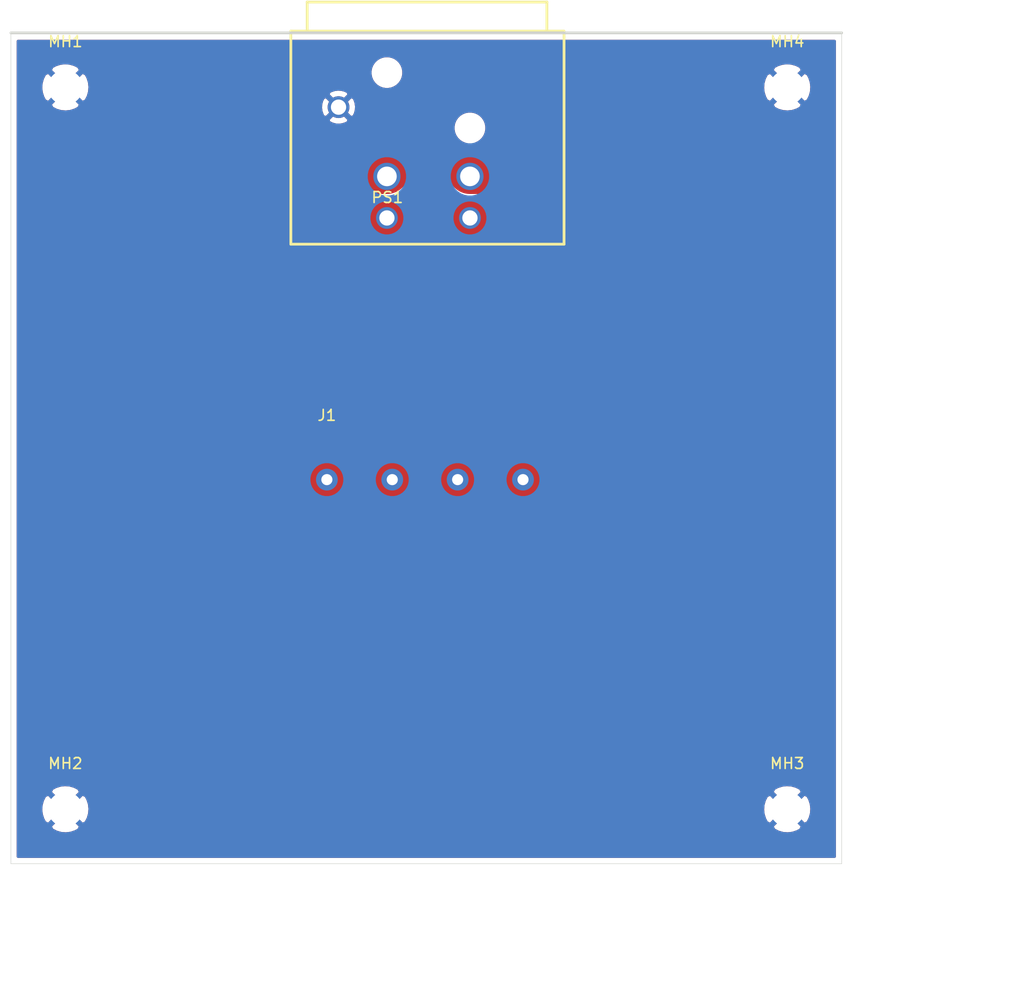
<source format=kicad_pcb>
(kicad_pcb (version 20171130) (host pcbnew "(5.1.9)-1")

  (general
    (thickness 1.6)
    (drawings 4)
    (tracks 16)
    (zones 0)
    (modules 6)
    (nets 6)
  )

  (page A4)
  (layers
    (0 F.Cu signal)
    (31 B.Cu signal)
    (32 B.Adhes user)
    (33 F.Adhes user)
    (34 B.Paste user)
    (35 F.Paste user)
    (36 B.SilkS user)
    (37 F.SilkS user)
    (38 B.Mask user)
    (39 F.Mask user)
    (40 Dwgs.User user)
    (41 Cmts.User user)
    (42 Eco1.User user)
    (43 Eco2.User user)
    (44 Edge.Cuts user)
    (45 Margin user)
    (46 B.CrtYd user)
    (47 F.CrtYd user)
    (48 B.Fab user)
    (49 F.Fab user)
  )

  (setup
    (last_trace_width 4)
    (user_trace_width 4)
    (trace_clearance 0.2)
    (zone_clearance 0.508)
    (zone_45_only no)
    (trace_min 0.2)
    (via_size 0.8)
    (via_drill 0.4)
    (via_min_size 0.4)
    (via_min_drill 0.3)
    (uvia_size 0.3)
    (uvia_drill 0.1)
    (uvias_allowed no)
    (uvia_min_size 0.2)
    (uvia_min_drill 0.1)
    (edge_width 0.05)
    (segment_width 0.2)
    (pcb_text_width 0.3)
    (pcb_text_size 1.5 1.5)
    (mod_edge_width 0.12)
    (mod_text_size 1 1)
    (mod_text_width 0.15)
    (pad_size 1.524 1.524)
    (pad_drill 0.762)
    (pad_to_mask_clearance 0)
    (aux_axis_origin 0 0)
    (visible_elements FFFFFF7F)
    (pcbplotparams
      (layerselection 0x010fc_ffffffff)
      (usegerberextensions false)
      (usegerberattributes true)
      (usegerberadvancedattributes true)
      (creategerberjobfile true)
      (excludeedgelayer true)
      (linewidth 0.100000)
      (plotframeref false)
      (viasonmask false)
      (mode 1)
      (useauxorigin false)
      (hpglpennumber 1)
      (hpglpenspeed 20)
      (hpglpendiameter 15.000000)
      (psnegative false)
      (psa4output false)
      (plotreference true)
      (plotvalue true)
      (plotinvisibletext false)
      (padsonsilk false)
      (subtractmaskfromsilk false)
      (outputformat 1)
      (mirror false)
      (drillshape 0)
      (scaleselection 1)
      (outputdirectory "Gerber/"))
  )

  (net 0 "")
  (net 1 "Net-(J1-Pad4)")
  (net 2 "Net-(J1-Pad3)")
  (net 3 "Net-(J1-Pad2)")
  (net 4 "Net-(J1-Pad1)")
  (net 5 GND)

  (net_class Default "This is the default net class."
    (clearance 0.2)
    (trace_width 0.25)
    (via_dia 0.8)
    (via_drill 0.4)
    (uvia_dia 0.3)
    (uvia_drill 0.1)
    (add_net GND)
    (add_net "Net-(J1-Pad1)")
    (add_net "Net-(J1-Pad2)")
    (add_net "Net-(J1-Pad3)")
    (add_net "Net-(J1-Pad4)")
  )

  (module "Connector:1x4 Hole Header_4mm" (layer F.Cu) (tedit 62058BCD) (tstamp 6205EB3E)
    (at 29 41)
    (path /6206135C)
    (fp_text reference J1 (at 0 -5.9) (layer F.SilkS)
      (effects (font (size 1 1) (thickness 0.15)))
    )
    (fp_text value Conn_01x04_Female (at 0 -6.9) (layer F.Fab)
      (effects (font (size 1 1) (thickness 0.15)))
    )
    (pad 4 thru_hole circle (at 18 0) (size 2 2) (drill 1.02) (layers *.Cu *.Mask)
      (net 1 "Net-(J1-Pad4)"))
    (pad 3 thru_hole circle (at 12 0) (size 2 2) (drill 1.02) (layers *.Cu *.Mask)
      (net 2 "Net-(J1-Pad3)"))
    (pad 2 thru_hole circle (at 6 0) (size 2 2) (drill 1.02) (layers *.Cu *.Mask)
      (net 3 "Net-(J1-Pad2)"))
    (pad 1 thru_hole circle (at 0 0) (size 2 2) (drill 1.02) (layers *.Cu *.Mask)
      (net 4 "Net-(J1-Pad1)"))
  )

  (module Connector:CONN-TH_NC4FBH_XLR4_Female_RA_Panel (layer F.Cu) (tedit 62057519) (tstamp 6205F320)
    (at 36.1 11.9 180)
    (path /620637CE)
    (attr smd)
    (fp_text reference PS1 (at 0 -3.207) (layer F.SilkS)
      (effects (font (size 1 1) (thickness 0.15)) (justify right))
    )
    (fp_text value NC4FBH (at 0 -0.667) (layer F.Fab)
      (effects (font (size 1 1) (thickness 0.15)) (justify right))
    )
    (fp_circle (center 10.534 -7.62) (end 10.564 -7.62) (layer Eco2.User) (width 0.06))
    (fp_circle (center 6.03 5.085) (end 6.33 5.085) (layer Eco2.User) (width 0.6))
    (fp_circle (center -6.03 -5.085) (end -5.73 -5.085) (layer Eco2.User) (width 0.6))
    (fp_circle (center -6.03 -1.27) (end -5.63 -1.27) (layer Eco2.User) (width 0.8))
    (fp_circle (center 1.59 -1.27) (end 1.99 -1.27) (layer Eco2.User) (width 0.8))
    (fp_circle (center 1.59 -5.085) (end 1.89 -5.085) (layer Eco2.User) (width 0.6))
    (fp_circle (center -6.03 3.175) (end -5.63 3.175) (layer Eco2.User) (width 0.8))
    (fp_circle (center 1.59 8.255) (end 1.99 8.255) (layer Eco2.User) (width 0.8))
    (fp_line (start -14.793 -7.62) (end 10.534 -7.62) (layer F.CrtYd) (width 0.12))
    (fp_line (start 10.534 -7.62) (end 10.534 14.859) (layer F.CrtYd) (width 0.12))
    (fp_line (start 10.534 14.859) (end -14.793 14.859) (layer F.CrtYd) (width 0.12))
    (fp_line (start -14.793 14.859) (end -14.793 -7.62) (layer F.CrtYd) (width 0.12))
    (fp_line (start -13.093 14.732) (end -13.093 12.065) (layer F.SilkS) (width 0.254))
    (fp_line (start 8.907 14.732) (end 8.907 12.065) (layer F.SilkS) (width 0.254))
    (fp_line (start 10.407 12.065) (end 10.407 -7.493) (layer F.SilkS) (width 0.254))
    (fp_line (start 10.407 -7.493) (end -14.666 -7.493) (layer F.SilkS) (width 0.254))
    (fp_line (start -14.666 -7.493) (end -14.666 12.065) (layer F.SilkS) (width 0.254))
    (fp_line (start 10.407 12.065) (end -14.593 12.065) (layer F.SilkS) (width 0.254))
    (fp_line (start 8.907 14.732) (end -13.093 14.732) (layer F.SilkS) (width 0.254))
    (pad "" np_thru_hole circle (at -6.03 3.175 180) (size 1.8 1.8) (drill 1.8) (layers *.Cu *.Mask))
    (pad "" np_thru_hole circle (at 1.59 8.255 180) (size 1.8 1.8) (drill 1.8) (layers *.Cu *.Mask))
    (pad 5 thru_hole circle (at 6.03 5.085) (size 2 2) (drill 1.4) (layers *.Cu *.Mask)
      (net 5 GND))
    (pad 4 thru_hole circle (at -6.03 -5.085) (size 2 2) (drill 1.4) (layers *.Cu *.Mask)
      (net 1 "Net-(J1-Pad4)"))
    (pad 3 thru_hole circle (at -6.03 -1.27) (size 2.5 2.5) (drill 1.8) (layers *.Cu *.Mask)
      (net 2 "Net-(J1-Pad3)"))
    (pad 2 thru_hole circle (at 1.59 -1.27) (size 2.5 2.5) (drill 1.8) (layers *.Cu *.Mask)
      (net 3 "Net-(J1-Pad2)"))
    (pad 1 thru_hole circle (at 1.59 -5.085) (size 2 2) (drill 1.4) (layers *.Cu *.Mask)
      (net 4 "Net-(J1-Pad1)"))
    (model ${KIPRJMOD}/kicad_lceda.3dshapes/CONN-TH_NC4FBH.step
      (offset (xyz -2.2 -5.653 -4))
      (scale (xyz 1 1 1))
      (rotate (xyz 0 0 0))
    )
    (model ${KIPRJMOD}/kicad_lceda.3dshapes/CONN-TH_NC4FBH.wrl
      (offset (xyz -2.2 -5.653 -4))
      (scale (xyz 1 1 1))
      (rotate (xyz 0 0 0))
    )
  )

  (module MountingHole:MountingHole_3.2mm_M3 (layer F.Cu) (tedit 56D1B4CB) (tstamp 62058370)
    (at 71.25 5)
    (descr "Mounting Hole 3.2mm, no annular, M3")
    (tags "mounting hole 3.2mm no annular m3")
    (path /6206813C)
    (attr virtual)
    (fp_text reference MH4 (at 0 -4.2) (layer F.SilkS)
      (effects (font (size 1 1) (thickness 0.15)))
    )
    (fp_text value MountingHole (at 0 4.2) (layer F.Fab)
      (effects (font (size 1 1) (thickness 0.15)))
    )
    (fp_text user %R (at 0.3 0) (layer F.Fab)
      (effects (font (size 1 1) (thickness 0.15)))
    )
    (fp_circle (center 0 0) (end 3.2 0) (layer Cmts.User) (width 0.15))
    (fp_circle (center 0 0) (end 3.45 0) (layer F.CrtYd) (width 0.05))
    (pad 1 np_thru_hole circle (at 0 0) (size 3.2 3.2) (drill 3.2) (layers *.Cu *.Mask)
      (net 5 GND))
  )

  (module MountingHole:MountingHole_3.2mm_M3 (layer F.Cu) (tedit 56D1B4CB) (tstamp 62058368)
    (at 71.25 71.25)
    (descr "Mounting Hole 3.2mm, no annular, M3")
    (tags "mounting hole 3.2mm no annular m3")
    (path /62067B2E)
    (attr virtual)
    (fp_text reference MH3 (at 0 -4.2) (layer F.SilkS)
      (effects (font (size 1 1) (thickness 0.15)))
    )
    (fp_text value MountingHole (at 0 4.2) (layer F.Fab)
      (effects (font (size 1 1) (thickness 0.15)))
    )
    (fp_text user %R (at 0.3 0) (layer F.Fab)
      (effects (font (size 1 1) (thickness 0.15)))
    )
    (fp_circle (center 0 0) (end 3.2 0) (layer Cmts.User) (width 0.15))
    (fp_circle (center 0 0) (end 3.45 0) (layer F.CrtYd) (width 0.05))
    (pad 1 np_thru_hole circle (at 0 0) (size 3.2 3.2) (drill 3.2) (layers *.Cu *.Mask)
      (net 5 GND))
  )

  (module MountingHole:MountingHole_3.2mm_M3 (layer F.Cu) (tedit 56D1B4CB) (tstamp 6205F14E)
    (at 5 71.25)
    (descr "Mounting Hole 3.2mm, no annular, M3")
    (tags "mounting hole 3.2mm no annular m3")
    (path /620676B0)
    (attr virtual)
    (fp_text reference MH2 (at 0 -4.2) (layer F.SilkS)
      (effects (font (size 1 1) (thickness 0.15)))
    )
    (fp_text value MountingHole (at 0 4.2) (layer F.Fab)
      (effects (font (size 1 1) (thickness 0.15)))
    )
    (fp_text user %R (at 0.3 0) (layer F.Fab)
      (effects (font (size 1 1) (thickness 0.15)))
    )
    (fp_circle (center 0 0) (end 3.2 0) (layer Cmts.User) (width 0.15))
    (fp_circle (center 0 0) (end 3.45 0) (layer F.CrtYd) (width 0.05))
    (pad 1 np_thru_hole circle (at 0 0) (size 3.2 3.2) (drill 3.2) (layers *.Cu *.Mask)
      (net 5 GND))
  )

  (module MountingHole:MountingHole_3.2mm_M3 (layer F.Cu) (tedit 56D1B4CB) (tstamp 62058358)
    (at 5 5)
    (descr "Mounting Hole 3.2mm, no annular, M3")
    (tags "mounting hole 3.2mm no annular m3")
    (path /62066693)
    (attr virtual)
    (fp_text reference MH1 (at 0 -4.2) (layer F.SilkS)
      (effects (font (size 1 1) (thickness 0.15)))
    )
    (fp_text value MountingHole (at 0 4.2) (layer F.Fab)
      (effects (font (size 1 1) (thickness 0.15)))
    )
    (fp_text user %R (at 0.3 0) (layer F.Fab)
      (effects (font (size 1 1) (thickness 0.15)))
    )
    (fp_circle (center 0 0) (end 3.2 0) (layer Cmts.User) (width 0.15))
    (fp_circle (center 0 0) (end 3.45 0) (layer F.CrtYd) (width 0.05))
    (pad 1 np_thru_hole circle (at 0 0) (size 3.2 3.2) (drill 3.2) (layers *.Cu *.Mask)
      (net 5 GND))
  )

  (gr_line (start 76.25 76.25) (end 76.25 0) (layer Edge.Cuts) (width 0.05) (tstamp 6205F184))
  (gr_line (start 0 76.25) (end 76.25 76.25) (layer Edge.Cuts) (width 0.05))
  (gr_line (start 0 0) (end 0 76.25) (layer Edge.Cuts) (width 0.05))
  (gr_line (start 0 0) (end 76.25 0) (layer Edge.Cuts) (width 0.25))

  (segment (start 47 21.855) (end 42.13 16.985) (width 4) (layer F.Cu) (net 1))
  (segment (start 47 41) (end 47 21.855) (width 4) (layer F.Cu) (net 1))
  (segment (start 43.869701 12.784991) (end 42.13 12.784991) (width 4) (layer F.Cu) (net 2))
  (segment (start 48.739701 45.20001) (end 51.20001 42.739701) (width 4) (layer F.Cu) (net 2))
  (segment (start 45.20001 45.20001) (end 48.739701 45.20001) (width 4) (layer F.Cu) (net 2))
  (segment (start 51.20001 20.115299) (end 43.869701 12.784991) (width 4) (layer F.Cu) (net 2))
  (segment (start 51.20001 42.739701) (end 51.20001 20.115299) (width 4) (layer F.Cu) (net 2))
  (segment (start 41 41) (end 45.20001 45.20001) (width 4) (layer F.Cu) (net 2))
  (segment (start 32.770299 12.784991) (end 34.51 12.784991) (width 4) (layer F.Cu) (net 3))
  (segment (start 24.79999 20.755299) (end 32.770299 12.784991) (width 4) (layer F.Cu) (net 3))
  (segment (start 24.79999 42.739701) (end 24.79999 20.755299) (width 4) (layer F.Cu) (net 3))
  (segment (start 27.260299 45.20001) (end 24.79999 42.739701) (width 4) (layer F.Cu) (net 3))
  (segment (start 30.79999 45.20001) (end 27.260299 45.20001) (width 4) (layer F.Cu) (net 3))
  (segment (start 35 41) (end 30.79999 45.20001) (width 4) (layer F.Cu) (net 3))
  (segment (start 29 22.495) (end 34.51 16.985) (width 4) (layer F.Cu) (net 4))
  (segment (start 29 41) (end 29 22.495) (width 4) (layer F.Cu) (net 4))

  (zone (net 5) (net_name GND) (layer F.Cu) (tstamp 6205F4EF) (hatch edge 0.508)
    (connect_pads (clearance 0.508))
    (min_thickness 0.254)
    (fill yes (arc_segments 32) (thermal_gap 0.508) (thermal_bridge_width 0.508))
    (polygon
      (pts
        (xy 93 86) (xy -1 87) (xy -1 -1) (xy 93 -1)
      )
    )
    (filled_polygon
      (pts
        (xy 75.59 75.59) (xy 0.66 75.59) (xy 0.66 72.812845) (xy 3.616761 72.812845) (xy 3.784802 73.138643)
        (xy 4.176607 73.339426) (xy 4.600055 73.459914) (xy 5.038873 73.495476) (xy 5.476197 73.444746) (xy 5.895221 73.309674)
        (xy 6.215198 73.138643) (xy 6.383239 72.812845) (xy 69.866761 72.812845) (xy 70.034802 73.138643) (xy 70.426607 73.339426)
        (xy 70.850055 73.459914) (xy 71.288873 73.495476) (xy 71.726197 73.444746) (xy 72.145221 73.309674) (xy 72.465198 73.138643)
        (xy 72.633239 72.812845) (xy 71.25 71.429605) (xy 69.866761 72.812845) (xy 6.383239 72.812845) (xy 5 71.429605)
        (xy 3.616761 72.812845) (xy 0.66 72.812845) (xy 0.66 71.288873) (xy 2.754524 71.288873) (xy 2.805254 71.726197)
        (xy 2.940326 72.145221) (xy 3.111357 72.465198) (xy 3.437155 72.633239) (xy 4.820395 71.25) (xy 5.179605 71.25)
        (xy 6.562845 72.633239) (xy 6.888643 72.465198) (xy 7.089426 72.073393) (xy 7.209914 71.649945) (xy 7.239175 71.288873)
        (xy 69.004524 71.288873) (xy 69.055254 71.726197) (xy 69.190326 72.145221) (xy 69.361357 72.465198) (xy 69.687155 72.633239)
        (xy 71.070395 71.25) (xy 71.429605 71.25) (xy 72.812845 72.633239) (xy 73.138643 72.465198) (xy 73.339426 72.073393)
        (xy 73.459914 71.649945) (xy 73.495476 71.211127) (xy 73.444746 70.773803) (xy 73.309674 70.354779) (xy 73.138643 70.034802)
        (xy 72.812845 69.866761) (xy 71.429605 71.25) (xy 71.070395 71.25) (xy 69.687155 69.866761) (xy 69.361357 70.034802)
        (xy 69.160574 70.426607) (xy 69.040086 70.850055) (xy 69.004524 71.288873) (xy 7.239175 71.288873) (xy 7.245476 71.211127)
        (xy 7.194746 70.773803) (xy 7.059674 70.354779) (xy 6.888643 70.034802) (xy 6.562845 69.866761) (xy 5.179605 71.25)
        (xy 4.820395 71.25) (xy 3.437155 69.866761) (xy 3.111357 70.034802) (xy 2.910574 70.426607) (xy 2.790086 70.850055)
        (xy 2.754524 71.288873) (xy 0.66 71.288873) (xy 0.66 69.687155) (xy 3.616761 69.687155) (xy 5 71.070395)
        (xy 6.383239 69.687155) (xy 69.866761 69.687155) (xy 71.25 71.070395) (xy 72.633239 69.687155) (xy 72.465198 69.361357)
        (xy 72.073393 69.160574) (xy 71.649945 69.040086) (xy 71.211127 69.004524) (xy 70.773803 69.055254) (xy 70.354779 69.190326)
        (xy 70.034802 69.361357) (xy 69.866761 69.687155) (xy 6.383239 69.687155) (xy 6.215198 69.361357) (xy 5.823393 69.160574)
        (xy 5.399945 69.040086) (xy 4.961127 69.004524) (xy 4.523803 69.055254) (xy 4.104779 69.190326) (xy 3.784802 69.361357)
        (xy 3.616761 69.687155) (xy 0.66 69.687155) (xy 0.66 20.755299) (xy 22.152242 20.755299) (xy 22.164991 20.884743)
        (xy 22.16499 42.610267) (xy 22.152242 42.739701) (xy 22.16499 42.869135) (xy 22.16499 42.869142) (xy 22.203117 43.25625)
        (xy 22.353789 43.75295) (xy 22.598467 44.210711) (xy 22.927749 44.611942) (xy 23.028296 44.694459) (xy 25.305545 46.971709)
        (xy 25.388058 47.072251) (xy 25.789288 47.401533) (xy 26.247049 47.646211) (xy 26.743748 47.796883) (xy 26.795257 47.801956)
        (xy 27.130857 47.83501) (xy 27.130864 47.83501) (xy 27.260298 47.847758) (xy 27.389732 47.83501) (xy 30.670556 47.83501)
        (xy 30.79999 47.847758) (xy 30.929424 47.83501) (xy 30.929432 47.83501) (xy 31.31654 47.796883) (xy 31.81324 47.646211)
        (xy 32.271001 47.401533) (xy 32.672231 47.072251) (xy 32.754748 46.971704) (xy 36.954755 42.771698) (xy 37.201522 42.471011)
        (xy 37.446201 42.01325) (xy 37.596873 41.516551) (xy 37.647748 41.000001) (xy 37.647748 41) (xy 38.352252 41)
        (xy 38.403127 41.516549) (xy 38.553799 42.013249) (xy 38.798478 42.47101) (xy 39.045245 42.771697) (xy 43.245256 46.971709)
        (xy 43.327769 47.072251) (xy 43.728999 47.401533) (xy 44.18676 47.646211) (xy 44.683459 47.796883) (xy 44.734968 47.801956)
        (xy 45.070568 47.83501) (xy 45.070575 47.83501) (xy 45.200009 47.847758) (xy 45.329443 47.83501) (xy 48.610267 47.83501)
        (xy 48.739701 47.847758) (xy 48.869135 47.83501) (xy 48.869143 47.83501) (xy 49.256251 47.796883) (xy 49.752951 47.646211)
        (xy 50.210712 47.401533) (xy 50.611942 47.072251) (xy 50.694459 46.971704) (xy 52.97171 44.694454) (xy 53.072251 44.611942)
        (xy 53.401533 44.210712) (xy 53.646211 43.752951) (xy 53.693557 43.596873) (xy 53.796883 43.256252) (xy 53.802273 43.201523)
        (xy 53.83501 42.869143) (xy 53.83501 42.869136) (xy 53.847758 42.739702) (xy 53.83501 42.610268) (xy 53.83501 20.244733)
        (xy 53.847758 20.115299) (xy 53.83501 19.985865) (xy 53.83501 19.985857) (xy 53.796883 19.598749) (xy 53.646211 19.102049)
        (xy 53.401533 18.644288) (xy 53.072251 18.243058) (xy 52.971703 18.16054) (xy 45.824464 11.013303) (xy 45.741942 10.91275)
        (xy 45.340712 10.583468) (xy 44.882951 10.33879) (xy 44.386251 10.188118) (xy 43.999143 10.149991) (xy 43.999135 10.149991)
        (xy 43.869701 10.137243) (xy 43.740267 10.149991) (xy 42.700916 10.149991) (xy 42.857095 10.085299) (xy 43.108505 9.917312)
        (xy 43.322312 9.703505) (xy 43.490299 9.452095) (xy 43.606011 9.172743) (xy 43.665 8.876184) (xy 43.665 8.573816)
        (xy 43.606011 8.277257) (xy 43.490299 7.997905) (xy 43.322312 7.746495) (xy 43.108505 7.532688) (xy 42.857095 7.364701)
        (xy 42.577743 7.248989) (xy 42.281184 7.19) (xy 41.978816 7.19) (xy 41.682257 7.248989) (xy 41.402905 7.364701)
        (xy 41.151495 7.532688) (xy 40.937688 7.746495) (xy 40.769701 7.997905) (xy 40.653989 8.277257) (xy 40.595 8.573816)
        (xy 40.595 8.876184) (xy 40.653989 9.172743) (xy 40.769701 9.452095) (xy 40.937688 9.703505) (xy 41.151495 9.917312)
        (xy 41.402905 10.085299) (xy 41.643892 10.18512) (xy 41.61345 10.188118) (xy 41.11675 10.33879) (xy 40.658989 10.583468)
        (xy 40.257759 10.91275) (xy 39.928477 11.31398) (xy 39.683799 11.771741) (xy 39.533127 12.268441) (xy 39.482251 12.784991)
        (xy 39.533127 13.301541) (xy 39.683799 13.798241) (xy 39.928477 14.256002) (xy 40.257759 14.657232) (xy 40.53529 14.884996)
        (xy 40.257759 15.112759) (xy 39.928478 15.51399) (xy 39.683799 15.971751) (xy 39.533127 16.468451) (xy 39.482252 16.985)
        (xy 39.533127 17.501549) (xy 39.683799 17.998249) (xy 39.928478 18.45601) (xy 40.175245 18.756697) (xy 44.365001 22.946454)
        (xy 44.365 40.638548) (xy 42.771697 39.045245) (xy 42.47101 38.798478) (xy 42.013249 38.553799) (xy 41.516549 38.403127)
        (xy 41 38.352252) (xy 40.483451 38.403127) (xy 39.986751 38.553799) (xy 39.52899 38.798478) (xy 39.127759 39.127759)
        (xy 38.798478 39.52899) (xy 38.553799 39.986751) (xy 38.403127 40.483451) (xy 38.352252 41) (xy 37.647748 41)
        (xy 37.596873 40.483451) (xy 37.446201 39.986751) (xy 37.201522 39.52899) (xy 36.872241 39.127759) (xy 36.47101 38.798478)
        (xy 36.013249 38.553799) (xy 35.516549 38.403127) (xy 34.999999 38.352252) (xy 34.483449 38.403127) (xy 33.98675 38.553799)
        (xy 33.528989 38.798478) (xy 33.228302 39.045245) (xy 31.635 40.638547) (xy 31.635 23.586452) (xy 36.464755 18.756697)
        (xy 36.711522 18.456011) (xy 36.956201 17.99825) (xy 37.106873 17.50155) (xy 37.157748 16.985) (xy 37.106873 16.46845)
        (xy 36.956201 15.971751) (xy 36.711522 15.51399) (xy 36.382241 15.112759) (xy 36.10471 14.884996) (xy 36.382241 14.657232)
        (xy 36.711523 14.256002) (xy 36.956201 13.798241) (xy 37.106873 13.301541) (xy 37.157749 12.784991) (xy 37.106873 12.268441)
        (xy 36.956201 11.771741) (xy 36.711523 11.31398) (xy 36.382241 10.91275) (xy 35.981011 10.583468) (xy 35.52325 10.33879)
        (xy 35.02655 10.188118) (xy 34.639442 10.149991) (xy 32.899732 10.149991) (xy 32.770298 10.137243) (xy 32.640864 10.149991)
        (xy 32.640857 10.149991) (xy 32.305257 10.183045) (xy 32.253748 10.188118) (xy 32.016785 10.26) (xy 31.757049 10.33879)
        (xy 31.299288 10.583468) (xy 30.898058 10.91275) (xy 30.815545 11.013292) (xy 23.028292 18.800545) (xy 22.92775 18.883058)
        (xy 22.598468 19.284288) (xy 22.531916 19.408799) (xy 22.353789 19.74205) (xy 22.203117 20.238749) (xy 22.152242 20.755299)
        (xy 0.66 20.755299) (xy 0.66 7.950413) (xy 29.114192 7.950413) (xy 29.209956 8.214814) (xy 29.499571 8.355704)
        (xy 29.811108 8.437384) (xy 30.132595 8.456718) (xy 30.451675 8.412961) (xy 30.756088 8.307795) (xy 30.930044 8.214814)
        (xy 31.025808 7.950413) (xy 30.07 6.994605) (xy 29.114192 7.950413) (xy 0.66 7.950413) (xy 0.66 6.562845)
        (xy 3.616761 6.562845) (xy 3.784802 6.888643) (xy 4.176607 7.089426) (xy 4.600055 7.209914) (xy 5.038873 7.245476)
        (xy 5.476197 7.194746) (xy 5.895221 7.059674) (xy 6.215198 6.888643) (xy 6.220896 6.877595) (xy 28.428282 6.877595)
        (xy 28.472039 7.196675) (xy 28.577205 7.501088) (xy 28.670186 7.675044) (xy 28.934587 7.770808) (xy 29.890395 6.815)
        (xy 30.249605 6.815) (xy 31.205413 7.770808) (xy 31.469814 7.675044) (xy 31.610704 7.385429) (xy 31.692384 7.073892)
        (xy 31.711718 6.752405) (xy 31.685723 6.562845) (xy 69.866761 6.562845) (xy 70.034802 6.888643) (xy 70.426607 7.089426)
        (xy 70.850055 7.209914) (xy 71.288873 7.245476) (xy 71.726197 7.194746) (xy 72.145221 7.059674) (xy 72.465198 6.888643)
        (xy 72.633239 6.562845) (xy 71.25 5.179605) (xy 69.866761 6.562845) (xy 31.685723 6.562845) (xy 31.667961 6.433325)
        (xy 31.562795 6.128912) (xy 31.469814 5.954956) (xy 31.205413 5.859192) (xy 30.249605 6.815) (xy 29.890395 6.815)
        (xy 28.934587 5.859192) (xy 28.670186 5.954956) (xy 28.529296 6.244571) (xy 28.447616 6.556108) (xy 28.428282 6.877595)
        (xy 6.220896 6.877595) (xy 6.383239 6.562845) (xy 5 5.179605) (xy 3.616761 6.562845) (xy 0.66 6.562845)
        (xy 0.66 5.038873) (xy 2.754524 5.038873) (xy 2.805254 5.476197) (xy 2.940326 5.895221) (xy 3.111357 6.215198)
        (xy 3.437155 6.383239) (xy 4.820395 5) (xy 5.179605 5) (xy 6.562845 6.383239) (xy 6.888643 6.215198)
        (xy 7.089426 5.823393) (xy 7.130344 5.679587) (xy 29.114192 5.679587) (xy 30.07 6.635395) (xy 31.025808 5.679587)
        (xy 30.930044 5.415186) (xy 30.640429 5.274296) (xy 30.328892 5.192616) (xy 30.007405 5.173282) (xy 29.688325 5.217039)
        (xy 29.383912 5.322205) (xy 29.209956 5.415186) (xy 29.114192 5.679587) (xy 7.130344 5.679587) (xy 7.209914 5.399945)
        (xy 7.245476 4.961127) (xy 7.194746 4.523803) (xy 7.059674 4.104779) (xy 6.888643 3.784802) (xy 6.562845 3.616761)
        (xy 5.179605 5) (xy 4.820395 5) (xy 3.437155 3.616761) (xy 3.111357 3.784802) (xy 2.910574 4.176607)
        (xy 2.790086 4.600055) (xy 2.754524 5.038873) (xy 0.66 5.038873) (xy 0.66 3.437155) (xy 3.616761 3.437155)
        (xy 5 4.820395) (xy 6.326578 3.493816) (xy 32.975 3.493816) (xy 32.975 3.796184) (xy 33.033989 4.092743)
        (xy 33.149701 4.372095) (xy 33.317688 4.623505) (xy 33.531495 4.837312) (xy 33.782905 5.005299) (xy 34.062257 5.121011)
        (xy 34.358816 5.18) (xy 34.661184 5.18) (xy 34.957743 5.121011) (xy 35.15604 5.038873) (xy 69.004524 5.038873)
        (xy 69.055254 5.476197) (xy 69.190326 5.895221) (xy 69.361357 6.215198) (xy 69.687155 6.383239) (xy 71.070395 5)
        (xy 71.429605 5) (xy 72.812845 6.383239) (xy 73.138643 6.215198) (xy 73.339426 5.823393) (xy 73.459914 5.399945)
        (xy 73.495476 4.961127) (xy 73.444746 4.523803) (xy 73.309674 4.104779) (xy 73.138643 3.784802) (xy 72.812845 3.616761)
        (xy 71.429605 5) (xy 71.070395 5) (xy 69.687155 3.616761) (xy 69.361357 3.784802) (xy 69.160574 4.176607)
        (xy 69.040086 4.600055) (xy 69.004524 5.038873) (xy 35.15604 5.038873) (xy 35.237095 5.005299) (xy 35.488505 4.837312)
        (xy 35.702312 4.623505) (xy 35.870299 4.372095) (xy 35.986011 4.092743) (xy 36.045 3.796184) (xy 36.045 3.493816)
        (xy 36.03373 3.437155) (xy 69.866761 3.437155) (xy 71.25 4.820395) (xy 72.633239 3.437155) (xy 72.465198 3.111357)
        (xy 72.073393 2.910574) (xy 71.649945 2.790086) (xy 71.211127 2.754524) (xy 70.773803 2.805254) (xy 70.354779 2.940326)
        (xy 70.034802 3.111357) (xy 69.866761 3.437155) (xy 36.03373 3.437155) (xy 35.986011 3.197257) (xy 35.870299 2.917905)
        (xy 35.702312 2.666495) (xy 35.488505 2.452688) (xy 35.237095 2.284701) (xy 34.957743 2.168989) (xy 34.661184 2.11)
        (xy 34.358816 2.11) (xy 34.062257 2.168989) (xy 33.782905 2.284701) (xy 33.531495 2.452688) (xy 33.317688 2.666495)
        (xy 33.149701 2.917905) (xy 33.033989 3.197257) (xy 32.975 3.493816) (xy 6.326578 3.493816) (xy 6.383239 3.437155)
        (xy 6.215198 3.111357) (xy 5.823393 2.910574) (xy 5.399945 2.790086) (xy 4.961127 2.754524) (xy 4.523803 2.805254)
        (xy 4.104779 2.940326) (xy 3.784802 3.111357) (xy 3.616761 3.437155) (xy 0.66 3.437155) (xy 0.66 0.76)
        (xy 75.590001 0.76)
      )
    )
  )
  (zone (net 5) (net_name GND) (layer B.Cu) (tstamp 6205F4EC) (hatch edge 0.508)
    (connect_pads (clearance 0.508))
    (min_thickness 0.254)
    (fill yes (arc_segments 32) (thermal_gap 0.508) (thermal_bridge_width 0.508))
    (polygon
      (pts
        (xy 93 87) (xy -1 87) (xy -1 -1) (xy 93 -1)
      )
    )
    (filled_polygon
      (pts
        (xy 75.59 75.59) (xy 0.66 75.59) (xy 0.66 72.812845) (xy 3.616761 72.812845) (xy 3.784802 73.138643)
        (xy 4.176607 73.339426) (xy 4.600055 73.459914) (xy 5.038873 73.495476) (xy 5.476197 73.444746) (xy 5.895221 73.309674)
        (xy 6.215198 73.138643) (xy 6.383239 72.812845) (xy 69.866761 72.812845) (xy 70.034802 73.138643) (xy 70.426607 73.339426)
        (xy 70.850055 73.459914) (xy 71.288873 73.495476) (xy 71.726197 73.444746) (xy 72.145221 73.309674) (xy 72.465198 73.138643)
        (xy 72.633239 72.812845) (xy 71.25 71.429605) (xy 69.866761 72.812845) (xy 6.383239 72.812845) (xy 5 71.429605)
        (xy 3.616761 72.812845) (xy 0.66 72.812845) (xy 0.66 71.288873) (xy 2.754524 71.288873) (xy 2.805254 71.726197)
        (xy 2.940326 72.145221) (xy 3.111357 72.465198) (xy 3.437155 72.633239) (xy 4.820395 71.25) (xy 5.179605 71.25)
        (xy 6.562845 72.633239) (xy 6.888643 72.465198) (xy 7.089426 72.073393) (xy 7.209914 71.649945) (xy 7.239175 71.288873)
        (xy 69.004524 71.288873) (xy 69.055254 71.726197) (xy 69.190326 72.145221) (xy 69.361357 72.465198) (xy 69.687155 72.633239)
        (xy 71.070395 71.25) (xy 71.429605 71.25) (xy 72.812845 72.633239) (xy 73.138643 72.465198) (xy 73.339426 72.073393)
        (xy 73.459914 71.649945) (xy 73.495476 71.211127) (xy 73.444746 70.773803) (xy 73.309674 70.354779) (xy 73.138643 70.034802)
        (xy 72.812845 69.866761) (xy 71.429605 71.25) (xy 71.070395 71.25) (xy 69.687155 69.866761) (xy 69.361357 70.034802)
        (xy 69.160574 70.426607) (xy 69.040086 70.850055) (xy 69.004524 71.288873) (xy 7.239175 71.288873) (xy 7.245476 71.211127)
        (xy 7.194746 70.773803) (xy 7.059674 70.354779) (xy 6.888643 70.034802) (xy 6.562845 69.866761) (xy 5.179605 71.25)
        (xy 4.820395 71.25) (xy 3.437155 69.866761) (xy 3.111357 70.034802) (xy 2.910574 70.426607) (xy 2.790086 70.850055)
        (xy 2.754524 71.288873) (xy 0.66 71.288873) (xy 0.66 69.687155) (xy 3.616761 69.687155) (xy 5 71.070395)
        (xy 6.383239 69.687155) (xy 69.866761 69.687155) (xy 71.25 71.070395) (xy 72.633239 69.687155) (xy 72.465198 69.361357)
        (xy 72.073393 69.160574) (xy 71.649945 69.040086) (xy 71.211127 69.004524) (xy 70.773803 69.055254) (xy 70.354779 69.190326)
        (xy 70.034802 69.361357) (xy 69.866761 69.687155) (xy 6.383239 69.687155) (xy 6.215198 69.361357) (xy 5.823393 69.160574)
        (xy 5.399945 69.040086) (xy 4.961127 69.004524) (xy 4.523803 69.055254) (xy 4.104779 69.190326) (xy 3.784802 69.361357)
        (xy 3.616761 69.687155) (xy 0.66 69.687155) (xy 0.66 40.838967) (xy 27.365 40.838967) (xy 27.365 41.161033)
        (xy 27.427832 41.476912) (xy 27.551082 41.774463) (xy 27.730013 42.042252) (xy 27.957748 42.269987) (xy 28.225537 42.448918)
        (xy 28.523088 42.572168) (xy 28.838967 42.635) (xy 29.161033 42.635) (xy 29.476912 42.572168) (xy 29.774463 42.448918)
        (xy 30.042252 42.269987) (xy 30.269987 42.042252) (xy 30.448918 41.774463) (xy 30.572168 41.476912) (xy 30.635 41.161033)
        (xy 30.635 40.838967) (xy 33.365 40.838967) (xy 33.365 41.161033) (xy 33.427832 41.476912) (xy 33.551082 41.774463)
        (xy 33.730013 42.042252) (xy 33.957748 42.269987) (xy 34.225537 42.448918) (xy 34.523088 42.572168) (xy 34.838967 42.635)
        (xy 35.161033 42.635) (xy 35.476912 42.572168) (xy 35.774463 42.448918) (xy 36.042252 42.269987) (xy 36.269987 42.042252)
        (xy 36.448918 41.774463) (xy 36.572168 41.476912) (xy 36.635 41.161033) (xy 36.635 40.838967) (xy 39.365 40.838967)
        (xy 39.365 41.161033) (xy 39.427832 41.476912) (xy 39.551082 41.774463) (xy 39.730013 42.042252) (xy 39.957748 42.269987)
        (xy 40.225537 42.448918) (xy 40.523088 42.572168) (xy 40.838967 42.635) (xy 41.161033 42.635) (xy 41.476912 42.572168)
        (xy 41.774463 42.448918) (xy 42.042252 42.269987) (xy 42.269987 42.042252) (xy 42.448918 41.774463) (xy 42.572168 41.476912)
        (xy 42.635 41.161033) (xy 42.635 40.838967) (xy 45.365 40.838967) (xy 45.365 41.161033) (xy 45.427832 41.476912)
        (xy 45.551082 41.774463) (xy 45.730013 42.042252) (xy 45.957748 42.269987) (xy 46.225537 42.448918) (xy 46.523088 42.572168)
        (xy 46.838967 42.635) (xy 47.161033 42.635) (xy 47.476912 42.572168) (xy 47.774463 42.448918) (xy 48.042252 42.269987)
        (xy 48.269987 42.042252) (xy 48.448918 41.774463) (xy 48.572168 41.476912) (xy 48.635 41.161033) (xy 48.635 40.838967)
        (xy 48.572168 40.523088) (xy 48.448918 40.225537) (xy 48.269987 39.957748) (xy 48.042252 39.730013) (xy 47.774463 39.551082)
        (xy 47.476912 39.427832) (xy 47.161033 39.365) (xy 46.838967 39.365) (xy 46.523088 39.427832) (xy 46.225537 39.551082)
        (xy 45.957748 39.730013) (xy 45.730013 39.957748) (xy 45.551082 40.225537) (xy 45.427832 40.523088) (xy 45.365 40.838967)
        (xy 42.635 40.838967) (xy 42.572168 40.523088) (xy 42.448918 40.225537) (xy 42.269987 39.957748) (xy 42.042252 39.730013)
        (xy 41.774463 39.551082) (xy 41.476912 39.427832) (xy 41.161033 39.365) (xy 40.838967 39.365) (xy 40.523088 39.427832)
        (xy 40.225537 39.551082) (xy 39.957748 39.730013) (xy 39.730013 39.957748) (xy 39.551082 40.225537) (xy 39.427832 40.523088)
        (xy 39.365 40.838967) (xy 36.635 40.838967) (xy 36.572168 40.523088) (xy 36.448918 40.225537) (xy 36.269987 39.957748)
        (xy 36.042252 39.730013) (xy 35.774463 39.551082) (xy 35.476912 39.427832) (xy 35.161033 39.365) (xy 34.838967 39.365)
        (xy 34.523088 39.427832) (xy 34.225537 39.551082) (xy 33.957748 39.730013) (xy 33.730013 39.957748) (xy 33.551082 40.225537)
        (xy 33.427832 40.523088) (xy 33.365 40.838967) (xy 30.635 40.838967) (xy 30.572168 40.523088) (xy 30.448918 40.225537)
        (xy 30.269987 39.957748) (xy 30.042252 39.730013) (xy 29.774463 39.551082) (xy 29.476912 39.427832) (xy 29.161033 39.365)
        (xy 28.838967 39.365) (xy 28.523088 39.427832) (xy 28.225537 39.551082) (xy 27.957748 39.730013) (xy 27.730013 39.957748)
        (xy 27.551082 40.225537) (xy 27.427832 40.523088) (xy 27.365 40.838967) (xy 0.66 40.838967) (xy 0.66 16.823967)
        (xy 32.875 16.823967) (xy 32.875 17.146033) (xy 32.937832 17.461912) (xy 33.061082 17.759463) (xy 33.240013 18.027252)
        (xy 33.467748 18.254987) (xy 33.735537 18.433918) (xy 34.033088 18.557168) (xy 34.348967 18.62) (xy 34.671033 18.62)
        (xy 34.986912 18.557168) (xy 35.284463 18.433918) (xy 35.552252 18.254987) (xy 35.779987 18.027252) (xy 35.958918 17.759463)
        (xy 36.082168 17.461912) (xy 36.145 17.146033) (xy 36.145 16.823967) (xy 40.495 16.823967) (xy 40.495 17.146033)
        (xy 40.557832 17.461912) (xy 40.681082 17.759463) (xy 40.860013 18.027252) (xy 41.087748 18.254987) (xy 41.355537 18.433918)
        (xy 41.653088 18.557168) (xy 41.968967 18.62) (xy 42.291033 18.62) (xy 42.606912 18.557168) (xy 42.904463 18.433918)
        (xy 43.172252 18.254987) (xy 43.399987 18.027252) (xy 43.578918 17.759463) (xy 43.702168 17.461912) (xy 43.765 17.146033)
        (xy 43.765 16.823967) (xy 43.702168 16.508088) (xy 43.578918 16.210537) (xy 43.399987 15.942748) (xy 43.172252 15.715013)
        (xy 42.904463 15.536082) (xy 42.606912 15.412832) (xy 42.291033 15.35) (xy 41.968967 15.35) (xy 41.653088 15.412832)
        (xy 41.355537 15.536082) (xy 41.087748 15.715013) (xy 40.860013 15.942748) (xy 40.681082 16.210537) (xy 40.557832 16.508088)
        (xy 40.495 16.823967) (xy 36.145 16.823967) (xy 36.082168 16.508088) (xy 35.958918 16.210537) (xy 35.779987 15.942748)
        (xy 35.552252 15.715013) (xy 35.284463 15.536082) (xy 34.986912 15.412832) (xy 34.671033 15.35) (xy 34.348967 15.35)
        (xy 34.033088 15.412832) (xy 33.735537 15.536082) (xy 33.467748 15.715013) (xy 33.240013 15.942748) (xy 33.061082 16.210537)
        (xy 32.937832 16.508088) (xy 32.875 16.823967) (xy 0.66 16.823967) (xy 0.66 12.984344) (xy 32.625 12.984344)
        (xy 32.625 13.355656) (xy 32.697439 13.719834) (xy 32.839534 14.062882) (xy 33.045825 14.371618) (xy 33.308382 14.634175)
        (xy 33.617118 14.840466) (xy 33.960166 14.982561) (xy 34.324344 15.055) (xy 34.695656 15.055) (xy 35.059834 14.982561)
        (xy 35.402882 14.840466) (xy 35.711618 14.634175) (xy 35.974175 14.371618) (xy 36.180466 14.062882) (xy 36.322561 13.719834)
        (xy 36.395 13.355656) (xy 36.395 12.984344) (xy 40.245 12.984344) (xy 40.245 13.355656) (xy 40.317439 13.719834)
        (xy 40.459534 14.062882) (xy 40.665825 14.371618) (xy 40.928382 14.634175) (xy 41.237118 14.840466) (xy 41.580166 14.982561)
        (xy 41.944344 15.055) (xy 42.315656 15.055) (xy 42.679834 14.982561) (xy 43.022882 14.840466) (xy 43.331618 14.634175)
        (xy 43.594175 14.371618) (xy 43.800466 14.062882) (xy 43.942561 13.719834) (xy 44.015 13.355656) (xy 44.015 12.984344)
        (xy 43.942561 12.620166) (xy 43.800466 12.277118) (xy 43.594175 11.968382) (xy 43.331618 11.705825) (xy 43.022882 11.499534)
        (xy 42.679834 11.357439) (xy 42.315656 11.285) (xy 41.944344 11.285) (xy 41.580166 11.357439) (xy 41.237118 11.499534)
        (xy 40.928382 11.705825) (xy 40.665825 11.968382) (xy 40.459534 12.277118) (xy 40.317439 12.620166) (xy 40.245 12.984344)
        (xy 36.395 12.984344) (xy 36.322561 12.620166) (xy 36.180466 12.277118) (xy 35.974175 11.968382) (xy 35.711618 11.705825)
        (xy 35.402882 11.499534) (xy 35.059834 11.357439) (xy 34.695656 11.285) (xy 34.324344 11.285) (xy 33.960166 11.357439)
        (xy 33.617118 11.499534) (xy 33.308382 11.705825) (xy 33.045825 11.968382) (xy 32.839534 12.277118) (xy 32.697439 12.620166)
        (xy 32.625 12.984344) (xy 0.66 12.984344) (xy 0.66 8.573816) (xy 40.595 8.573816) (xy 40.595 8.876184)
        (xy 40.653989 9.172743) (xy 40.769701 9.452095) (xy 40.937688 9.703505) (xy 41.151495 9.917312) (xy 41.402905 10.085299)
        (xy 41.682257 10.201011) (xy 41.978816 10.26) (xy 42.281184 10.26) (xy 42.577743 10.201011) (xy 42.857095 10.085299)
        (xy 43.108505 9.917312) (xy 43.322312 9.703505) (xy 43.490299 9.452095) (xy 43.606011 9.172743) (xy 43.665 8.876184)
        (xy 43.665 8.573816) (xy 43.606011 8.277257) (xy 43.490299 7.997905) (xy 43.322312 7.746495) (xy 43.108505 7.532688)
        (xy 42.857095 7.364701) (xy 42.577743 7.248989) (xy 42.281184 7.19) (xy 41.978816 7.19) (xy 41.682257 7.248989)
        (xy 41.402905 7.364701) (xy 41.151495 7.532688) (xy 40.937688 7.746495) (xy 40.769701 7.997905) (xy 40.653989 8.277257)
        (xy 40.595 8.573816) (xy 0.66 8.573816) (xy 0.66 7.950413) (xy 29.114192 7.950413) (xy 29.209956 8.214814)
        (xy 29.499571 8.355704) (xy 29.811108 8.437384) (xy 30.132595 8.456718) (xy 30.451675 8.412961) (xy 30.756088 8.307795)
        (xy 30.930044 8.214814) (xy 31.025808 7.950413) (xy 30.07 6.994605) (xy 29.114192 7.950413) (xy 0.66 7.950413)
        (xy 0.66 6.562845) (xy 3.616761 6.562845) (xy 3.784802 6.888643) (xy 4.176607 7.089426) (xy 4.600055 7.209914)
        (xy 5.038873 7.245476) (xy 5.476197 7.194746) (xy 5.895221 7.059674) (xy 6.215198 6.888643) (xy 6.220896 6.877595)
        (xy 28.428282 6.877595) (xy 28.472039 7.196675) (xy 28.577205 7.501088) (xy 28.670186 7.675044) (xy 28.934587 7.770808)
        (xy 29.890395 6.815) (xy 30.249605 6.815) (xy 31.205413 7.770808) (xy 31.469814 7.675044) (xy 31.610704 7.385429)
        (xy 31.692384 7.073892) (xy 31.711718 6.752405) (xy 31.685723 6.562845) (xy 69.866761 6.562845) (xy 70.034802 6.888643)
        (xy 70.426607 7.089426) (xy 70.850055 7.209914) (xy 71.288873 7.245476) (xy 71.726197 7.194746) (xy 72.145221 7.059674)
        (xy 72.465198 6.888643) (xy 72.633239 6.562845) (xy 71.25 5.179605) (xy 69.866761 6.562845) (xy 31.685723 6.562845)
        (xy 31.667961 6.433325) (xy 31.562795 6.128912) (xy 31.469814 5.954956) (xy 31.205413 5.859192) (xy 30.249605 6.815)
        (xy 29.890395 6.815) (xy 28.934587 5.859192) (xy 28.670186 5.954956) (xy 28.529296 6.244571) (xy 28.447616 6.556108)
        (xy 28.428282 6.877595) (xy 6.220896 6.877595) (xy 6.383239 6.562845) (xy 5 5.179605) (xy 3.616761 6.562845)
        (xy 0.66 6.562845) (xy 0.66 5.038873) (xy 2.754524 5.038873) (xy 2.805254 5.476197) (xy 2.940326 5.895221)
        (xy 3.111357 6.215198) (xy 3.437155 6.383239) (xy 4.820395 5) (xy 5.179605 5) (xy 6.562845 6.383239)
        (xy 6.888643 6.215198) (xy 7.089426 5.823393) (xy 7.130344 5.679587) (xy 29.114192 5.679587) (xy 30.07 6.635395)
        (xy 31.025808 5.679587) (xy 30.930044 5.415186) (xy 30.640429 5.274296) (xy 30.328892 5.192616) (xy 30.007405 5.173282)
        (xy 29.688325 5.217039) (xy 29.383912 5.322205) (xy 29.209956 5.415186) (xy 29.114192 5.679587) (xy 7.130344 5.679587)
        (xy 7.209914 5.399945) (xy 7.245476 4.961127) (xy 7.194746 4.523803) (xy 7.059674 4.104779) (xy 6.888643 3.784802)
        (xy 6.562845 3.616761) (xy 5.179605 5) (xy 4.820395 5) (xy 3.437155 3.616761) (xy 3.111357 3.784802)
        (xy 2.910574 4.176607) (xy 2.790086 4.600055) (xy 2.754524 5.038873) (xy 0.66 5.038873) (xy 0.66 3.437155)
        (xy 3.616761 3.437155) (xy 5 4.820395) (xy 6.326578 3.493816) (xy 32.975 3.493816) (xy 32.975 3.796184)
        (xy 33.033989 4.092743) (xy 33.149701 4.372095) (xy 33.317688 4.623505) (xy 33.531495 4.837312) (xy 33.782905 5.005299)
        (xy 34.062257 5.121011) (xy 34.358816 5.18) (xy 34.661184 5.18) (xy 34.957743 5.121011) (xy 35.15604 5.038873)
        (xy 69.004524 5.038873) (xy 69.055254 5.476197) (xy 69.190326 5.895221) (xy 69.361357 6.215198) (xy 69.687155 6.383239)
        (xy 71.070395 5) (xy 71.429605 5) (xy 72.812845 6.383239) (xy 73.138643 6.215198) (xy 73.339426 5.823393)
        (xy 73.459914 5.399945) (xy 73.495476 4.961127) (xy 73.444746 4.523803) (xy 73.309674 4.104779) (xy 73.138643 3.784802)
        (xy 72.812845 3.616761) (xy 71.429605 5) (xy 71.070395 5) (xy 69.687155 3.616761) (xy 69.361357 3.784802)
        (xy 69.160574 4.176607) (xy 69.040086 4.600055) (xy 69.004524 5.038873) (xy 35.15604 5.038873) (xy 35.237095 5.005299)
        (xy 35.488505 4.837312) (xy 35.702312 4.623505) (xy 35.870299 4.372095) (xy 35.986011 4.092743) (xy 36.045 3.796184)
        (xy 36.045 3.493816) (xy 36.03373 3.437155) (xy 69.866761 3.437155) (xy 71.25 4.820395) (xy 72.633239 3.437155)
        (xy 72.465198 3.111357) (xy 72.073393 2.910574) (xy 71.649945 2.790086) (xy 71.211127 2.754524) (xy 70.773803 2.805254)
        (xy 70.354779 2.940326) (xy 70.034802 3.111357) (xy 69.866761 3.437155) (xy 36.03373 3.437155) (xy 35.986011 3.197257)
        (xy 35.870299 2.917905) (xy 35.702312 2.666495) (xy 35.488505 2.452688) (xy 35.237095 2.284701) (xy 34.957743 2.168989)
        (xy 34.661184 2.11) (xy 34.358816 2.11) (xy 34.062257 2.168989) (xy 33.782905 2.284701) (xy 33.531495 2.452688)
        (xy 33.317688 2.666495) (xy 33.149701 2.917905) (xy 33.033989 3.197257) (xy 32.975 3.493816) (xy 6.326578 3.493816)
        (xy 6.383239 3.437155) (xy 6.215198 3.111357) (xy 5.823393 2.910574) (xy 5.399945 2.790086) (xy 4.961127 2.754524)
        (xy 4.523803 2.805254) (xy 4.104779 2.940326) (xy 3.784802 3.111357) (xy 3.616761 3.437155) (xy 0.66 3.437155)
        (xy 0.66 0.76) (xy 75.590001 0.76)
      )
    )
  )
)

</source>
